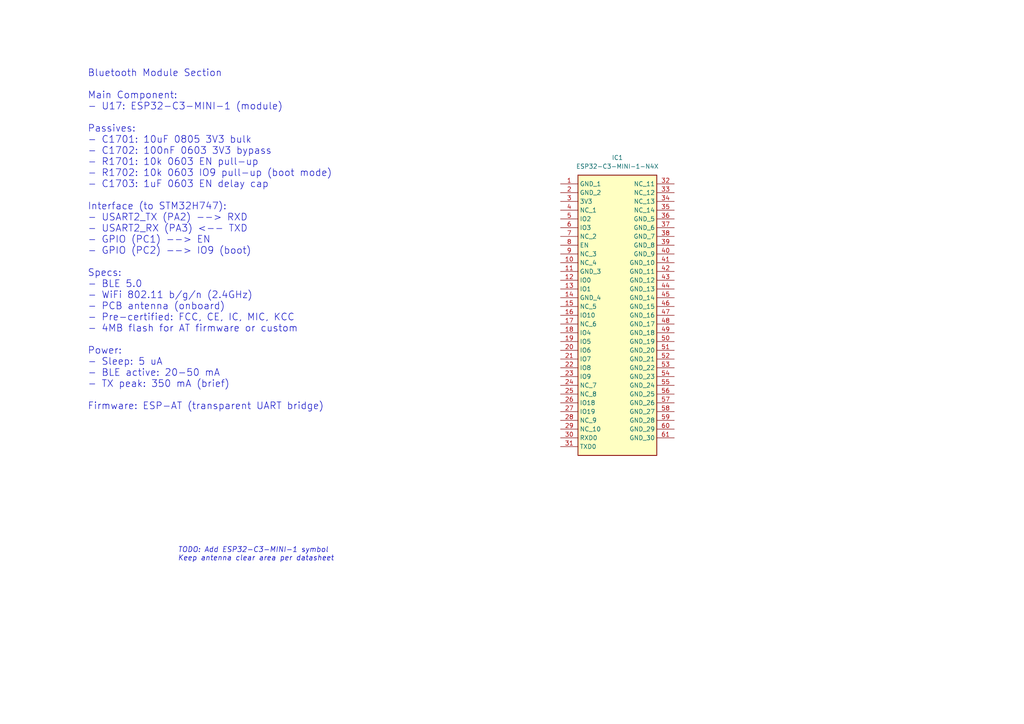
<source format=kicad_sch>
(kicad_sch (version 20250114) (generator "eeschema") (generator_version "9.0")
  (paper "A4")
  (title_block (title "Section 17: Bluetooth Module") (date "2026-01-28") (rev "0.1") (company "IMSAFE Project") (comment 1 "ESP32-C3-MINI-1 BLE/WiFi Module") (comment 2 "UART interface to STM32"))
  (lib_symbols
    (symbol "1_New_library:ESP32-C3-MINI-1-N4X"
      (property "Reference" "IC" (at 29.21 7.62 0))
      (property "Value" "ESP32-C3-MINI-1-N4X" (at 29.21 5.08 0))
      (symbol "ESP32-C3-MINI-1-N4X_1_1"
        (rectangle (start 5.08 2.54) (end 27.94 -78.74) (stroke (width 0.254)) (fill (type background)))
        (pin passive line (at 0 0 0) (length 5.08) (name "GND_1") (number "1"))
        (pin passive line (at 0 -2.54 0) (length 5.08) (name "GND_2") (number "2"))
        (pin passive line (at 0 -5.08 0) (length 5.08) (name "3V3") (number "3"))
        (pin passive line (at 0 -7.62 0) (length 5.08) (name "NC_1") (number "4"))
        (pin passive line (at 0 -10.16 0) (length 5.08) (name "IO2") (number "5"))
        (pin passive line (at 0 -12.7 0) (length 5.08) (name "IO3") (number "6"))
        (pin passive line (at 0 -15.24 0) (length 5.08) (name "NC_2") (number "7"))
        (pin passive line (at 0 -17.78 0) (length 5.08) (name "EN") (number "8"))
        (pin passive line (at 0 -20.32 0) (length 5.08) (name "NC_3") (number "9"))
        (pin passive line (at 0 -22.86 0) (length 5.08) (name "NC_4") (number "10"))
        (pin passive line (at 0 -25.4 0) (length 5.08) (name "GND_3") (number "11"))
        (pin passive line (at 0 -27.94 0) (length 5.08) (name "IO0") (number "12"))
        (pin passive line (at 0 -30.48 0) (length 5.08) (name "IO1") (number "13"))
        (pin passive line (at 0 -33.02 0) (length 5.08) (name "GND_4") (number "14"))
        (pin passive line (at 0 -35.56 0) (length 5.08) (name "NC_5") (number "15"))
        (pin passive line (at 0 -38.1 0) (length 5.08) (name "IO10") (number "16"))
        (pin passive line (at 0 -40.64 0) (length 5.08) (name "NC_6") (number "17"))
        (pin passive line (at 0 -43.18 0) (length 5.08) (name "IO4") (number "18"))
        (pin passive line (at 0 -45.72 0) (length 5.08) (name "IO5") (number "19"))
        (pin passive line (at 0 -48.26 0) (length 5.08) (name "IO6") (number "20"))
        (pin passive line (at 0 -50.8 0) (length 5.08) (name "IO7") (number "21"))
        (pin passive line (at 0 -53.34 0) (length 5.08) (name "IO8") (number "22"))
        (pin passive line (at 0 -55.88 0) (length 5.08) (name "IO9") (number "23"))
        (pin passive line (at 0 -58.42 0) (length 5.08) (name "NC_7") (number "24"))
        (pin passive line (at 0 -60.96 0) (length 5.08) (name "NC_8") (number "25"))
        (pin passive line (at 0 -63.5 0) (length 5.08) (name "IO18") (number "26"))
        (pin passive line (at 0 -66.04 0) (length 5.08) (name "IO19") (number "27"))
        (pin passive line (at 0 -68.58 0) (length 5.08) (name "NC_9") (number "28"))
        (pin passive line (at 0 -71.12 0) (length 5.08) (name "NC_10") (number "29"))
        (pin passive line (at 0 -73.66 0) (length 5.08) (name "RXD0") (number "30"))
        (pin passive line (at 0 -76.2 0) (length 5.08) (name "TXD0") (number "31"))
        (pin passive line (at 33.02 0 180) (length 5.08) (name "NC_11") (number "32"))
        (pin passive line (at 33.02 -2.54 180) (length 5.08) (name "NC_12") (number "33"))
        (pin passive line (at 33.02 -5.08 180) (length 5.08) (name "NC_13") (number "34"))
        (pin passive line (at 33.02 -7.62 180) (length 5.08) (name "NC_14") (number "35"))
        (pin passive line (at 33.02 -10.16 180) (length 5.08) (name "GND_5") (number "36"))
        (pin passive line (at 33.02 -12.7 180) (length 5.08) (name "GND_6") (number "37"))
        (pin passive line (at 33.02 -15.24 180) (length 5.08) (name "GND_7") (number "38"))
        (pin passive line (at 33.02 -17.78 180) (length 5.08) (name "GND_8") (number "39"))
        (pin passive line (at 33.02 -20.32 180) (length 5.08) (name "GND_9") (number "40"))
        (pin passive line (at 33.02 -22.86 180) (length 5.08) (name "GND_10") (number "41"))
        (pin passive line (at 33.02 -25.4 180) (length 5.08) (name "GND_11") (number "42"))
        (pin passive line (at 33.02 -27.94 180) (length 5.08) (name "GND_12") (number "43"))
        (pin passive line (at 33.02 -30.48 180) (length 5.08) (name "GND_13") (number "44"))
        (pin passive line (at 33.02 -33.02 180) (length 5.08) (name "GND_14") (number "45"))
        (pin passive line (at 33.02 -35.56 180) (length 5.08) (name "GND_15") (number "46"))
        (pin passive line (at 33.02 -38.1 180) (length 5.08) (name "GND_16") (number "47"))
        (pin passive line (at 33.02 -40.64 180) (length 5.08) (name "GND_17") (number "48"))
        (pin passive line (at 33.02 -43.18 180) (length 5.08) (name "GND_18") (number "49"))
        (pin passive line (at 33.02 -45.72 180) (length 5.08) (name "GND_19") (number "50"))
        (pin passive line (at 33.02 -48.26 180) (length 5.08) (name "GND_20") (number "51"))
        (pin passive line (at 33.02 -50.8 180) (length 5.08) (name "GND_21") (number "52"))
        (pin passive line (at 33.02 -53.34 180) (length 5.08) (name "GND_22") (number "53"))
        (pin passive line (at 33.02 -55.88 180) (length 5.08) (name "GND_23") (number "54"))
        (pin passive line (at 33.02 -58.42 180) (length 5.08) (name "GND_24") (number "55"))
        (pin passive line (at 33.02 -60.96 180) (length 5.08) (name "GND_25") (number "56"))
        (pin passive line (at 33.02 -63.5 180) (length 5.08) (name "GND_26") (number "57"))
        (pin passive line (at 33.02 -66.04 180) (length 5.08) (name "GND_27") (number "58"))
        (pin passive line (at 33.02 -68.58 180) (length 5.08) (name "GND_28") (number "59"))
        (pin passive line (at 33.02 -71.12 180) (length 5.08) (name "GND_29") (number "60"))
        (pin passive line (at 33.02 -73.66 180) (length 5.08) (name "GND_30") (number "61"))
      )
    )
  )
  (text "TODO: Add ESP32-C3-MINI-1 symbol\nKeep antenna clear area per datasheet" (at 51.562 160.782 0) (effects (font (size 1.5 1.5) (italic yes)) (justify left)))
  (text "Bluetooth Module Section\n\nMain Component:\n- U17: ESP32-C3-MINI-1 (module)\n\nPassives:\n- C1701: 10uF 0805 3V3 bulk\n- C1702: 100nF 0603 3V3 bypass\n- R1701: 10k 0603 EN pull-up\n- R1702: 10k 0603 IO9 pull-up (boot mode)\n- C1703: 1uF 0603 EN delay cap\n\nInterface (to STM32H747):\n- USART2_TX (PA2) --> RXD\n- USART2_RX (PA3) <-- TXD\n- GPIO (PC1) --> EN\n- GPIO (PC2) --> IO9 (boot)\n\nSpecs:\n- BLE 5.0\n- WiFi 802.11 b/g/n (2.4GHz)\n- PCB antenna (onboard)\n- Pre-certified: FCC, CE, IC, MIC, KCC\n- 4MB flash for AT firmware or custom\n\nPower:\n- Sleep: 5 uA\n- BLE active: 20-50 mA\n- TX peak: 350 mA (brief)\n\nFirmware: ESP-AT (transparent UART bridge)" (at 25.4 69.596 0) (effects (font (size 2 2)) (justify left)))
  (symbol (lib_id "1_New_library:ESP32-C3-MINI-1-N4X") (at 162.56 53.34 0) (unit 1)
    (property "Reference" "IC1" (at 179.07 45.72 0))
    (property "Value" "ESP32-C3-MINI-1-N4X" (at 179.07 48.26 0))
    (property "Footprint" "ESP32C3MINI1N4X" (effects (hide yes)))
    (property "Datasheet" "https://documentation.espressif.com/esp32-c3-mini-1_datasheet_en.pdf" (effects (hide yes)))
    (property "Description" "Bluetooth, WiFi 802.11b/g/n, Bluetooth v5.0 Transceiver Module 2.4GHz Integrated, Trace Surface Mount , 3V ~ 3.6V , -40C ~ 85C (TA)" (effects (hide yes)))
    (property "Height" "2.55" (effects (hide yes)))
    (property "Manufacturer_Name" "Espressif Systems" (effects (hide yes)))
    (property "Manufacturer_Part_Number" "ESP32-C3-MINI-1-N4X" (effects (hide yes)))
  )
)
</source>
